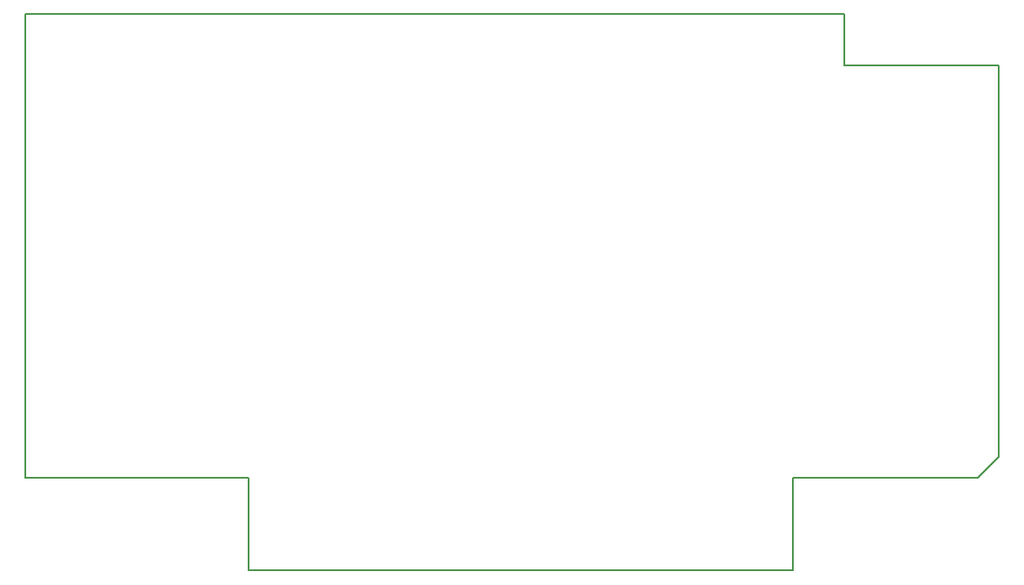
<source format=gbr>
G04 #@! TF.GenerationSoftware,KiCad,Pcbnew,(5.1.8)-1*
G04 #@! TF.CreationDate,2021-05-20T13:25:16+02:00*
G04 #@! TF.ProjectId,UART_peripheral_card_A,55415254-5f70-4657-9269-70686572616c,A V1.1*
G04 #@! TF.SameCoordinates,PX4fa1be0PY3fe56c0*
G04 #@! TF.FileFunction,Profile,NP*
%FSLAX46Y46*%
G04 Gerber Fmt 4.6, Leading zero omitted, Abs format (unit mm)*
G04 Created by KiCad (PCBNEW (5.1.8)-1) date 2021-05-20 13:25:16*
%MOMM*%
%LPD*%
G01*
G04 APERTURE LIST*
G04 #@! TA.AperFunction,Profile*
%ADD10C,0.150000*%
G04 #@! TD*
G04 APERTURE END LIST*
D10*
X0Y-5000000D02*
X0Y-45000000D01*
X94500000Y-5000000D02*
X79500000Y-5000000D01*
X94500000Y-43000000D02*
X94500000Y-5000000D01*
X21700000Y-45000000D02*
X16700000Y-45000000D01*
X21700000Y-54000000D02*
X21700000Y-45000000D01*
X92500000Y-45000000D02*
X74500000Y-45000000D01*
X79500000Y0D02*
X0Y0D01*
X79500000Y-5000000D02*
X79500000Y0D01*
X0Y-5000000D02*
X0Y0D01*
X16700000Y-45000000D02*
X0Y-45000000D01*
X92500000Y-45000000D02*
X94500000Y-43000000D01*
X74500000Y-45000000D02*
X74500000Y-54000000D01*
X74500000Y-54000000D02*
X21700000Y-54000000D01*
M02*

</source>
